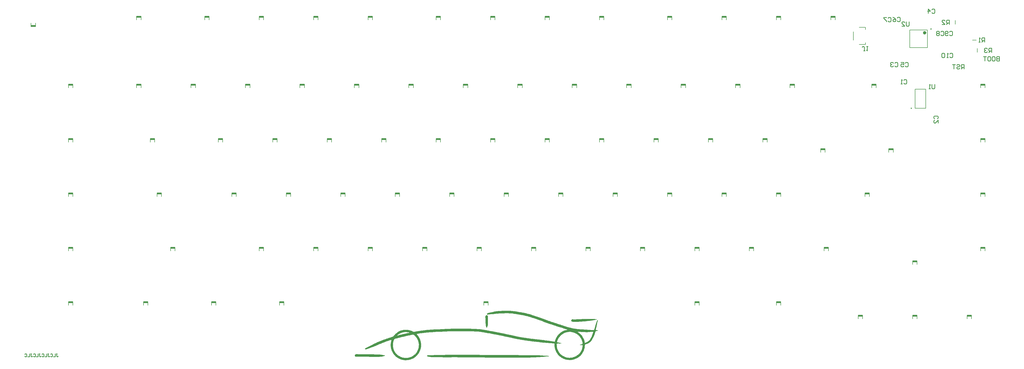
<source format=gbr>
G04*
G04 #@! TF.GenerationSoftware,Altium Limited,Altium Designer,25.6.2 (33)*
G04*
G04 Layer_Color=32896*
%FSLAX25Y25*%
%MOIN*%
G70*
G04*
G04 #@! TF.SameCoordinates,775BD13B-FB31-4D53-9E9E-320528205FA0*
G04*
G04*
G04 #@! TF.FilePolarity,Positive*
G04*
G01*
G75*
%ADD10C,0.01000*%
%ADD64C,0.00984*%
%ADD65C,0.02362*%
%ADD66C,0.00591*%
%ADD67C,0.00787*%
%ADD68R,0.06248X0.02000*%
G36*
X834832Y137830D02*
X835179Y137714D01*
X836798Y137599D01*
X836972Y137425D01*
X836798Y137020D01*
X836336Y136904D01*
X835237Y136731D01*
X834542Y136615D01*
X834080Y136500D01*
X833501Y136384D01*
X832113Y136152D01*
X831014Y135979D01*
X830667Y135863D01*
X828700Y135632D01*
X828237Y135516D01*
X827427Y135400D01*
X826964Y135285D01*
X825808Y135169D01*
X822510Y134764D01*
X821122Y134648D01*
X817883Y134417D01*
X816494Y134301D01*
X814643Y134186D01*
X809668Y133954D01*
X806776Y133838D01*
X804636Y133781D01*
X804288Y133896D01*
X803189Y134070D01*
X802495Y134533D01*
X802148Y134880D01*
X801801Y135921D01*
X802380Y136962D01*
X802553Y137136D01*
X802784Y137251D01*
X803363Y137483D01*
X805561Y137367D01*
X811693Y137483D01*
X812040Y137599D01*
X814122Y137714D01*
X814238D01*
X817478Y137830D01*
X818287Y137946D01*
X834832Y137830D01*
D02*
G37*
G36*
X686049Y143036D02*
X686281Y142805D01*
X686512Y142689D01*
X686801Y142400D01*
X687090Y141648D01*
X687148Y131872D01*
X687033Y131525D01*
X686917Y129674D01*
X686801Y129326D01*
X686628Y128343D01*
X686512Y127880D01*
X686223Y127128D01*
X686107Y126665D01*
X685760Y126087D01*
X685586Y125914D01*
X685239Y126029D01*
X684950Y126318D01*
X684777Y126955D01*
X684487Y127707D01*
X684314Y128343D01*
X684082Y129269D01*
X683909Y130831D01*
X683793Y132682D01*
X683677Y138698D01*
X683562Y140433D01*
Y140549D01*
X683677Y141821D01*
X684140Y142631D01*
X684430Y142920D01*
X685239Y143152D01*
X686049Y143036D01*
D02*
G37*
G36*
X717634Y149168D02*
X720410Y149052D01*
X720757Y148937D01*
X722146Y148821D01*
X722493Y148705D01*
X723592Y148532D01*
X724517Y148416D01*
X725906Y148185D01*
X726484Y148069D01*
X729492Y147606D01*
X731864Y147317D01*
X732790Y147085D01*
X733773Y146912D01*
X735161Y146680D01*
X735624Y146565D01*
X737938Y146102D01*
X738574Y145929D01*
X739326Y145755D01*
X740483Y145524D01*
X741467Y145234D01*
X742219Y145061D01*
X742681Y144945D01*
X743318Y144772D01*
X744243Y144540D01*
X745747Y144077D01*
X746673Y143846D01*
X747251Y143615D01*
X748177Y143383D01*
X748987Y143036D01*
X749449Y142920D01*
X750549Y142516D01*
X751185Y142342D01*
X752284Y141937D01*
X753210Y141706D01*
X754193Y141301D01*
X754829Y141127D01*
X755408Y140896D01*
X759110Y139623D01*
X759573Y139507D01*
X759978Y139334D01*
X760556Y139103D01*
X761655Y138698D01*
X763911Y137830D01*
X764721Y137483D01*
X765820Y137078D01*
X766746Y136731D01*
X767324Y136500D01*
X768944Y135921D01*
X769465Y135748D01*
X770564Y135343D01*
X771026Y135227D01*
X772299Y134764D01*
X773225Y134533D01*
X773803Y134301D01*
X774787Y134012D01*
X775538Y133723D01*
X776059Y133549D01*
X776522Y133434D01*
X777679Y132971D01*
X778431Y132797D01*
X779067Y132508D01*
X779530Y132392D01*
X780282Y132103D01*
X781265Y131814D01*
X782017Y131525D01*
X783001Y131235D01*
X785199Y130541D01*
X785777Y130310D01*
X786703Y130078D01*
X787282Y129847D01*
X788091Y129616D01*
X789190Y129211D01*
X789653Y129095D01*
X790289Y128921D01*
X790868Y128690D01*
X791678Y128459D01*
X792430Y128170D01*
X792893Y128054D01*
X793529Y127880D01*
X796537Y126955D01*
X797463Y126723D01*
X798619Y126376D01*
X800008Y126029D01*
X800586Y125798D01*
X801570Y125624D01*
X802553Y125335D01*
X803016Y125219D01*
X803999Y125046D01*
X804462Y124930D01*
X805619Y124699D01*
X806313Y124583D01*
X807239Y124467D01*
X808396Y124236D01*
X809090Y124120D01*
X810478Y124004D01*
X811635Y123889D01*
X812908Y123773D01*
X813833Y123657D01*
X815453Y123542D01*
X817535Y123426D01*
X820659Y123195D01*
X822048Y123079D01*
X825981Y122848D01*
X827832Y122732D01*
X829220Y122616D01*
X831303Y122501D01*
X832749Y122443D01*
X833270Y122848D01*
X833385Y123310D01*
X833617Y123889D01*
X833964Y125046D01*
X834253Y125798D01*
X834485Y126723D01*
X835005Y128170D01*
Y128285D01*
X835121Y128979D01*
X835468Y129789D01*
X835641Y130541D01*
X835873Y131120D01*
X836451Y132739D01*
X836741Y133491D01*
X837203Y134648D01*
X837493Y135400D01*
X837782Y136037D01*
X838071Y136557D01*
X838360Y136500D01*
X838245Y134995D01*
X838013Y134417D01*
X837782Y133029D01*
X837666Y132566D01*
X837493Y131814D01*
X837377Y131235D01*
X837261Y130773D01*
X837030Y129269D01*
X836741Y128285D01*
X836567Y127186D01*
X836336Y126260D01*
X836220Y125682D01*
X835873Y123600D01*
X835757Y123137D01*
X835699Y122732D01*
X835989Y122443D01*
X838650Y122327D01*
X838823Y122153D01*
X838650Y121864D01*
X837898Y121691D01*
X837435Y121575D01*
X836798Y121401D01*
X836336Y121286D01*
X835699Y121112D01*
X835121Y120534D01*
X834947Y119550D01*
X834832Y119088D01*
X834542Y118335D01*
X834369Y117699D01*
X833675Y115848D01*
X833096Y114344D01*
X832807Y113708D01*
X830840Y109890D01*
X830377Y109196D01*
X830262Y108964D01*
X830030Y108733D01*
X829915Y108502D01*
X829105Y107460D01*
X828873Y107229D01*
X828758Y106998D01*
X828121Y106361D01*
X827890Y106246D01*
X827312Y105667D01*
X827080Y105551D01*
X826849Y105320D01*
X826617Y105204D01*
X825692Y104626D01*
X823725Y103700D01*
X823147Y103469D01*
X822510Y103295D01*
X821758Y103006D01*
X821064Y102890D01*
X820775Y102717D01*
X820659Y102254D01*
X820486Y99535D01*
X820254Y98263D01*
X820138Y97800D01*
X820023Y97106D01*
X819792Y96180D01*
X819502Y95428D01*
X819386Y94965D01*
X818924Y93924D01*
X817535Y91263D01*
X817073Y90569D01*
X816957Y90338D01*
X816726Y90106D01*
X816610Y89875D01*
X815800Y88833D01*
X815453Y88486D01*
X815337Y88255D01*
X813660Y86577D01*
X813428Y86462D01*
X812734Y85768D01*
X812503Y85652D01*
X812271Y85421D01*
X812040Y85305D01*
X810883Y84495D01*
X810652Y84379D01*
X809610Y83801D01*
X807412Y82760D01*
X806834Y82528D01*
X804983Y81950D01*
X804520Y81834D01*
X803710Y81718D01*
X802784Y81487D01*
X801975Y81371D01*
X799429Y81256D01*
X796942Y81429D01*
X796363Y81545D01*
X795669Y81660D01*
X795206Y81776D01*
X794628Y81892D01*
X794165Y82008D01*
X792835Y82412D01*
X791331Y82991D01*
X788901Y84264D01*
X788207Y84726D01*
X787976Y84842D01*
X787744Y85074D01*
X787166Y85421D01*
X786934Y85652D01*
X786703Y85768D01*
X786240Y86230D01*
X786009Y86346D01*
X785315Y87040D01*
X785083Y87156D01*
X784678Y87561D01*
X784563Y87792D01*
X783521Y88833D01*
X783406Y89065D01*
X782943Y89528D01*
X782827Y89759D01*
X782249Y90569D01*
X781902Y91147D01*
X781439Y91957D01*
X780051Y94850D01*
X779877Y95486D01*
X779588Y96238D01*
X779356Y97163D01*
X779183Y97916D01*
X779067Y98378D01*
X778952Y99072D01*
X778836Y100229D01*
X778720Y104047D01*
X778489Y104279D01*
X777679Y104394D01*
X773456Y104568D01*
X771258Y104684D01*
X769638Y104799D01*
X768597Y104915D01*
X764085Y105262D01*
X762928Y105378D01*
X761077Y105609D01*
X759804Y105725D01*
X758416Y105841D01*
X757374Y105956D01*
X756680Y106072D01*
X754366Y106303D01*
X753094Y106419D01*
X750722Y106708D01*
X750259Y106824D01*
X748119Y106998D01*
X746731Y107229D01*
X744417Y107460D01*
X742855Y107634D01*
X742392Y107749D01*
X741582Y107865D01*
X739326Y108154D01*
X738748Y108270D01*
X737186Y108444D01*
X736723Y108559D01*
X735624Y108733D01*
X734930Y108849D01*
X734351Y108964D01*
X733426Y109080D01*
X732732Y109196D01*
X732269Y109311D01*
X731112Y109543D01*
X729724Y109774D01*
X729145Y109890D01*
X728509Y110063D01*
X727410Y110237D01*
X726831Y110353D01*
X726369Y110468D01*
X725212Y110700D01*
X724517Y110815D01*
X724055Y110931D01*
X723476Y111047D01*
X722840Y111220D01*
X721741Y111394D01*
X721278Y111510D01*
X720642Y111683D01*
X719832Y111799D01*
X719369Y111915D01*
X718617Y112088D01*
X718154Y112204D01*
X717576Y112319D01*
X716882Y112435D01*
X715956Y112666D01*
X715320Y112840D01*
X714336Y113014D01*
X713758Y113129D01*
X713295Y113245D01*
X712717Y113361D01*
X712254Y113476D01*
X710981Y113708D01*
X710056Y113939D01*
X709477Y114055D01*
X708783Y114171D01*
X707858Y114402D01*
X706701Y114633D01*
X706006Y114749D01*
X705081Y114980D01*
X704502Y115096D01*
X703114Y115328D01*
X702651Y115443D01*
X702015Y115617D01*
X700916Y115790D01*
X700337Y115906D01*
X699412Y116137D01*
X698718Y116253D01*
X697445Y116484D01*
X696288Y116716D01*
X694900Y116947D01*
X694321Y117063D01*
X693858Y117179D01*
X693280Y117294D01*
X691892Y117526D01*
X690735Y117757D01*
X688652Y118104D01*
X688074Y118220D01*
X687611Y118335D01*
X685529Y118683D01*
X684950Y118798D01*
X684487Y118914D01*
X683562Y119030D01*
X682868Y119145D01*
X681711Y119377D01*
X681016Y119492D01*
X679455Y119666D01*
X678992Y119782D01*
X677603Y120013D01*
X676447Y120129D01*
X675637Y120245D01*
X673843Y120418D01*
X672455Y120534D01*
X670257Y120649D01*
X665976Y120765D01*
X656489Y120996D01*
X638962Y121054D01*
X638615Y120939D01*
X632541Y120765D01*
X629417Y120649D01*
X626640Y120534D01*
X622013Y120302D01*
X619236Y120187D01*
X616228Y120071D01*
X613798Y119955D01*
X612179Y119840D01*
X610327Y119724D01*
X608245Y119608D01*
X606278Y119492D01*
X604890Y119377D01*
X602807Y119145D01*
X601419Y119030D01*
X600146Y118914D01*
X598642Y118683D01*
X597081Y118509D01*
X595924Y118393D01*
X595114Y118278D01*
X594651Y118162D01*
X591932Y117757D01*
X591238Y117641D01*
X590660Y117526D01*
X589155Y117294D01*
X588924Y117179D01*
X589040Y116716D01*
X589618Y116137D01*
X589734Y115906D01*
X589965Y115790D01*
X590081Y115559D01*
X590312Y115328D01*
X590428Y115096D01*
X590775Y114749D01*
X590891Y114518D01*
X591238Y114171D01*
X591354Y113939D01*
X591816Y113245D01*
X591932Y113014D01*
X592395Y112319D01*
X593436Y110121D01*
X594015Y108617D01*
X594188Y107865D01*
X594362Y107345D01*
X594477Y106882D01*
X594593Y106072D01*
X594825Y105146D01*
X594940Y103990D01*
X595056Y103180D01*
X594940Y99362D01*
X594825Y99015D01*
X594709Y98205D01*
X594593Y97742D01*
X594304Y96527D01*
X594130Y95891D01*
X594015Y95428D01*
X593436Y93924D01*
X592858Y92651D01*
X592742Y92420D01*
X592279Y91610D01*
X592164Y91379D01*
X591701Y90685D01*
X591585Y90453D01*
X590486Y89007D01*
X590312Y88833D01*
X590197Y88602D01*
X589965Y88371D01*
X589850Y88139D01*
X588056Y86346D01*
X587825Y86230D01*
X587247Y85652D01*
X587015Y85536D01*
X586668Y85189D01*
X586090Y84842D01*
X585280Y84264D01*
X585048Y84148D01*
X584238Y83685D01*
X581577Y82412D01*
X581115Y82297D01*
X580305Y81950D01*
X579553Y81776D01*
X578974Y81660D01*
X578338Y81487D01*
X577875Y81371D01*
X576718Y81256D01*
X575909Y81140D01*
X573710Y81024D01*
X570644Y81313D01*
X569487Y81545D01*
X569025Y81660D01*
X567752Y82008D01*
X567174Y82239D01*
X565901Y82702D01*
X565265Y82991D01*
X563529Y83916D01*
X562257Y84726D01*
X562025Y84842D01*
X561794Y85074D01*
X561562Y85189D01*
X560926Y85710D01*
X560521Y85999D01*
X559827Y86693D01*
X559596Y86809D01*
X558844Y87561D01*
X558728Y87792D01*
X557918Y88602D01*
X557802Y88833D01*
X557340Y89296D01*
X556992Y89875D01*
X556414Y90685D01*
X556298Y90916D01*
X555720Y91842D01*
X554910Y93577D01*
X554563Y94387D01*
X554274Y95139D01*
X553984Y96122D01*
X553869Y96585D01*
X553637Y97163D01*
X553464Y98147D01*
X553290Y99709D01*
X553175Y100172D01*
X553059Y102601D01*
X553175Y102948D01*
X553290Y104915D01*
X553406Y105262D01*
X553580Y106593D01*
X553869Y107576D01*
X553984Y108039D01*
X554216Y108849D01*
X554042Y109022D01*
X553001Y108906D01*
X552423Y108675D01*
X551613Y108444D01*
X550803Y108097D01*
X550340Y107981D01*
X548894Y107460D01*
X548431Y107345D01*
X547853Y107113D01*
X544613Y105956D01*
X543861Y105667D01*
X542704Y105204D01*
X541663Y104742D01*
X540564Y104337D01*
X539928Y104047D01*
X538424Y103469D01*
X537845Y103237D01*
X536226Y102543D01*
X535647Y102312D01*
X534143Y101618D01*
X532060Y100692D01*
X529804Y99825D01*
X529284Y99651D01*
X528474Y99304D01*
X527028Y98783D01*
X524020Y97626D01*
X522747Y97163D01*
X521995Y96874D01*
X521532Y96759D01*
X520954Y96527D01*
X520144Y96296D01*
X518756Y95949D01*
X517946Y96064D01*
X517772Y96238D01*
X517657Y96701D01*
X518004Y97279D01*
X518177Y97453D01*
X518409Y97568D01*
X519103Y98031D01*
X520375Y98610D01*
X526276Y101618D01*
X530788Y103932D01*
X531366Y104163D01*
X531598Y104279D01*
X533565Y105204D01*
X534837Y105783D01*
X535878Y106246D01*
X536804Y106593D01*
X539118Y107518D01*
X539928Y107865D01*
X540680Y108154D01*
X541663Y108559D01*
X543167Y109138D01*
X544324Y109601D01*
X545423Y110005D01*
X546407Y110295D01*
X547216Y110642D01*
X547679Y110758D01*
X548431Y111047D01*
X549415Y111336D01*
X550571Y111799D01*
X551208Y111972D01*
X552191Y112262D01*
X552654Y112377D01*
X554158Y112840D01*
X555084Y113071D01*
X556530Y113592D01*
X556761Y113823D01*
X556877Y114055D01*
X557224Y114402D01*
X557340Y114633D01*
X557860Y115270D01*
X558439Y115964D01*
X558844Y116369D01*
X558959Y116600D01*
X559248Y116889D01*
X559480Y117005D01*
X559827Y117468D01*
X560058Y117584D01*
X560753Y118278D01*
X560984Y118393D01*
X561620Y118914D01*
X562315Y119377D01*
X562488Y119550D01*
X563066Y119897D01*
X564108Y120476D01*
X566075Y121401D01*
X566884Y121748D01*
X567347Y121864D01*
X568099Y122153D01*
X568736Y122327D01*
X570066Y122616D01*
X570529Y122732D01*
X572091Y122905D01*
X573942Y123021D01*
X576718Y122905D01*
X577065Y122790D01*
X577875Y122674D01*
X578222Y122558D01*
X579553Y122269D01*
X580016Y122153D01*
X580536Y121980D01*
X581982Y121459D01*
X582734Y121170D01*
X582966Y121054D01*
X584238Y120360D01*
X584817Y120129D01*
X586090Y120245D01*
X586437Y120360D01*
X587189Y120534D01*
X589502Y120881D01*
X590081Y120996D01*
X590775Y121112D01*
X591354Y121228D01*
X592279Y121344D01*
X592973Y121459D01*
X593552Y121575D01*
X595924Y121864D01*
X599510Y122327D01*
X601014Y122443D01*
X601477Y122558D01*
X603039Y122732D01*
X604427Y122848D01*
X606047Y122963D01*
X607898Y123079D01*
X609170Y123195D01*
X614782Y123484D01*
X618715Y123600D01*
X619525Y123715D01*
X622938Y123889D01*
X625715Y124004D01*
X629070Y124120D01*
X631962Y124236D01*
X633929Y124352D01*
X636937Y124467D01*
X643994Y124583D01*
X649143Y124641D01*
X649490Y124525D01*
X664067Y124409D01*
X664414Y124294D01*
X670257Y124120D01*
X672918Y124004D01*
X674422Y123889D01*
X675579Y123773D01*
X678182Y123484D01*
X679802Y123252D01*
X680265Y123137D01*
X681884Y122905D01*
X682868Y122732D01*
X683330Y122616D01*
X683909Y122501D01*
X685991Y122153D01*
X686570Y122038D01*
X687958Y121806D01*
X689231Y121575D01*
X690388Y121344D01*
X691892Y121112D01*
X692354Y120996D01*
X693511Y120765D01*
X694900Y120534D01*
X696635Y120187D01*
X698024Y119955D01*
X698486Y119840D01*
X699643Y119608D01*
X701032Y119377D01*
X701668Y119203D01*
X702478Y119088D01*
X702941Y118972D01*
X703808Y118798D01*
X704271Y118683D01*
X704849Y118567D01*
X705544Y118451D01*
X706122Y118335D01*
X707048Y118104D01*
X707742Y117988D01*
X708899Y117757D01*
X709824Y117526D01*
X710403Y117410D01*
X711097Y117294D01*
X711675Y117179D01*
X712601Y116947D01*
X713295Y116832D01*
X713874Y116716D01*
X714799Y116484D01*
X715956Y116253D01*
X716650Y116137D01*
X717113Y116022D01*
X717749Y115848D01*
X718559Y115732D01*
X719022Y115617D01*
X719774Y115443D01*
X720410Y115270D01*
X721394Y115096D01*
X721972Y114980D01*
X722898Y114749D01*
X723476Y114633D01*
X724170Y114518D01*
X725559Y114171D01*
X726137Y114055D01*
X727410Y113823D01*
X727873Y113708D01*
X728451Y113592D01*
X729839Y113361D01*
X730302Y113245D01*
X731459Y113014D01*
X732153Y112898D01*
X733426Y112666D01*
X733889Y112551D01*
X736202Y112204D01*
X736665Y112088D01*
X737360Y111972D01*
X738921Y111799D01*
X740541Y111567D01*
X741004Y111452D01*
X741814Y111336D01*
X743318Y111220D01*
X743781Y111105D01*
X744880Y110931D01*
X745805Y110815D01*
X746846Y110700D01*
X748003Y110584D01*
X748929Y110468D01*
X750491Y110295D01*
X751301Y110179D01*
X752978Y110005D01*
X753904Y109890D01*
X754598Y109774D01*
X755755Y109659D01*
X757027Y109543D01*
X759631Y109254D01*
X760787Y109138D01*
X761597Y109022D01*
X763159Y108849D01*
X764085Y108733D01*
X764779Y108617D01*
X767093Y108386D01*
X767671Y108270D01*
X770043Y107981D01*
X771663Y107749D01*
X772125Y107634D01*
X773225Y107460D01*
X774150Y107345D01*
X774844Y107229D01*
X776580Y106882D01*
X777505Y106766D01*
X777968Y106650D01*
X778604Y106477D01*
X779183Y106824D01*
X779356Y107345D01*
X779472Y107807D01*
X779646Y108444D01*
X779935Y109196D01*
X780340Y110295D01*
X780629Y111047D01*
X780745Y111278D01*
X781439Y112551D01*
X781902Y113361D01*
X782480Y114171D01*
X782596Y114402D01*
X782827Y114633D01*
X783174Y115212D01*
X783406Y115443D01*
X783521Y115674D01*
X784447Y116600D01*
X784563Y116832D01*
X784968Y117236D01*
X785199Y117352D01*
X786240Y118393D01*
X786472Y118509D01*
X786934Y118972D01*
X787166Y119088D01*
X787976Y119666D01*
X788207Y119782D01*
X788438Y120013D01*
X789480Y120591D01*
X791909Y121748D01*
X793355Y122269D01*
X794281Y122501D01*
X794917Y122674D01*
X796306Y123021D01*
X796479Y123195D01*
X796190Y123484D01*
X795322Y123657D01*
X794339Y123947D01*
X793876Y124062D01*
X792777Y124467D01*
X791851Y124699D01*
X790521Y125104D01*
X787686Y126087D01*
X786761Y126318D01*
X786182Y126550D01*
X785199Y126839D01*
X784563Y127013D01*
X783811Y127302D01*
X783174Y127475D01*
X781497Y127996D01*
X780745Y128285D01*
X780108Y128459D01*
X779356Y128748D01*
X778373Y129037D01*
X777621Y129326D01*
X777100Y129500D01*
X775654Y130021D01*
X775191Y130136D01*
X774266Y130483D01*
X773630Y130657D01*
X772531Y131062D01*
X771894Y131235D01*
X770795Y131640D01*
X769870Y131872D01*
X769291Y132103D01*
X768539Y132392D01*
X767903Y132566D01*
X767151Y132855D01*
X764779Y133723D01*
X764143Y134012D01*
X763506Y134186D01*
X762870Y134475D01*
X762118Y134764D01*
X760383Y135458D01*
X759110Y135921D01*
X758358Y136210D01*
X757722Y136384D01*
X756970Y136673D01*
X755523Y137194D01*
X754540Y137483D01*
X753788Y137772D01*
X751416Y138524D01*
X750838Y138756D01*
X749681Y139103D01*
X748929Y139392D01*
X747945Y139681D01*
X747367Y139912D01*
X746557Y140144D01*
X745458Y140549D01*
X744070Y140896D01*
X743086Y141185D01*
X742161Y141417D01*
X741004Y141764D01*
X740252Y141937D01*
X739789Y142053D01*
X739153Y142226D01*
X738690Y142342D01*
X737822Y142516D01*
X737360Y142631D01*
X736781Y142747D01*
X736318Y142863D01*
X735624Y142978D01*
X735046Y143094D01*
X734120Y143325D01*
X732038Y143673D01*
X730881Y143904D01*
X729955Y144020D01*
X728914Y144135D01*
X728220Y144251D01*
X727063Y144482D01*
X726021Y144598D01*
X724633Y144829D01*
X724170Y144945D01*
X723245Y145061D01*
X722551Y145176D01*
X721625Y145292D01*
X720931Y145408D01*
X719369Y145581D01*
X717865Y145697D01*
X713932Y145813D01*
X705948Y145697D01*
X705602Y145581D01*
X701899Y145466D01*
X701552Y145350D01*
X698486Y145176D01*
X696982Y145061D01*
X693685Y144656D01*
X691834Y144540D01*
X690677Y144424D01*
X690214Y144309D01*
X688190Y144135D01*
X686917Y144020D01*
X686396Y143962D01*
X685760Y144482D01*
X685876Y145176D01*
X686107Y145408D01*
X686165Y145581D01*
X686396Y145697D01*
X687437Y146160D01*
X688190Y146334D01*
X688652Y146449D01*
X689289Y146623D01*
X689751Y146738D01*
X691082Y147028D01*
X692007Y147259D01*
X692586Y147375D01*
X693858Y147606D01*
X694321Y147722D01*
X694900Y147837D01*
X696404Y148069D01*
X697329Y148300D01*
X697908Y148416D01*
X698949Y148532D01*
X699643Y148647D01*
X701147Y148879D01*
X702651Y148994D01*
X708667Y149226D01*
X717287Y149284D01*
X717634Y149168D01*
D02*
G37*
G36*
X655853Y88429D02*
X695652Y88313D01*
X695999Y88197D01*
X707510Y88139D01*
X707684Y88197D01*
X707742Y88139D01*
X751474Y88024D01*
X755523Y87908D01*
X758069Y87792D01*
X759688Y87677D01*
X763101Y87503D01*
X763564Y87387D01*
X767382Y87272D01*
X767729Y87156D01*
X770911Y86982D01*
X771142Y86751D01*
X771026Y86520D01*
X770853Y86346D01*
X768655Y86230D01*
X768192Y86115D01*
X764779Y85826D01*
X763159Y85710D01*
X761308Y85594D01*
X760036Y85478D01*
X758532Y85363D01*
X757143Y85247D01*
X754598Y85131D01*
X752631Y85016D01*
X750780Y84900D01*
X748350Y84784D01*
X743028Y84669D01*
X703635Y84611D01*
X703288Y84726D01*
X662274Y84900D01*
X653366Y85016D01*
X637226Y85074D01*
X636879Y84958D01*
X612931Y85074D01*
X612583Y85189D01*
X608881Y85305D01*
X608534Y85421D01*
X607204Y85594D01*
X605700Y85826D01*
X605006Y85941D01*
X604022Y86230D01*
X603444Y86462D01*
X603154Y86751D01*
X603270Y87330D01*
X603559Y87619D01*
X604138Y87850D01*
X606972Y87908D01*
X608881Y87850D01*
X609228Y87966D01*
X615244Y88082D01*
X615591Y88197D01*
X620393Y88371D01*
X635665Y88486D01*
X655506Y88544D01*
X655853Y88429D01*
D02*
G37*
G36*
X508459Y89354D02*
X524309Y89239D01*
X524656Y89123D01*
X536110Y89007D01*
X536457Y88891D01*
X539118Y88776D01*
X539465Y88660D01*
X541027Y88486D01*
X541952Y88371D01*
X542415Y88255D01*
X543572Y88024D01*
X544960Y87792D01*
X545192Y87561D01*
X545076Y87098D01*
X544903Y86925D01*
X544093Y86809D01*
X542241Y86346D01*
X540448Y86057D01*
X539870Y85941D01*
X538944Y85826D01*
X536862Y85710D01*
X523731Y85652D01*
X523383Y85768D01*
X517483Y85883D01*
X517367D01*
X504757Y85999D01*
X504525Y86230D01*
X504294Y86346D01*
X504005Y86635D01*
X503773Y87214D01*
X503889Y88255D01*
X504410Y88891D01*
X504641Y89123D01*
X505451Y89354D01*
X506261Y89470D01*
X508459Y89354D01*
D02*
G37*
%LPC*%
G36*
X831477Y120360D02*
X831129Y120245D01*
X829336Y120071D01*
X826791Y119840D01*
X822279Y119724D01*
X821643Y119666D01*
X821296Y119782D01*
X816783Y119897D01*
X816436Y120013D01*
X813486Y120187D01*
X812098Y120302D01*
X810883Y120360D01*
X810825Y120187D01*
X811230Y119666D01*
X812040Y119203D01*
X812676Y118683D01*
X813081Y118393D01*
X813428Y118046D01*
X813660Y117931D01*
X814412Y117179D01*
X814470Y117121D01*
X815453Y116137D01*
X815569Y115906D01*
X816147Y115328D01*
X816263Y115096D01*
X816610Y114749D01*
X816957Y114171D01*
X817535Y113361D01*
X819271Y109774D01*
X819965Y107576D01*
X820081Y107113D01*
X820370Y105783D01*
X820486Y105204D01*
X820775Y104799D01*
X821064Y104742D01*
X821643Y105089D01*
X823147Y105783D01*
X823378Y105898D01*
X823609Y106130D01*
X824419Y106593D01*
X825229Y107171D01*
X825865Y107692D01*
X826270Y108097D01*
X826502Y108212D01*
X826791Y108617D01*
X827138Y108964D01*
X827254Y109196D01*
X827717Y109659D01*
X828064Y110237D01*
X828526Y111047D01*
X828989Y111741D01*
X829915Y113708D01*
X830146Y114286D01*
X830262Y114518D01*
X830493Y115096D01*
X830782Y115848D01*
X831014Y116427D01*
X831477Y117699D01*
X831766Y118683D01*
X832229Y119724D01*
X832113Y120302D01*
X831477Y120360D01*
D02*
G37*
G36*
X573595Y119897D02*
X573479D01*
X572669Y119782D01*
X570992Y119608D01*
X570297Y119492D01*
X569661Y119319D01*
X569198Y119203D01*
X568388Y118972D01*
X567232Y118509D01*
X564571Y117121D01*
X563761Y116542D01*
X563529Y116427D01*
X562893Y115906D01*
X562488Y115617D01*
X562315Y115443D01*
X562430Y115096D01*
X562604Y115038D01*
X562951Y115154D01*
X563587Y115328D01*
X564050Y115443D01*
X565033Y115732D01*
X565727Y115848D01*
X566306Y116079D01*
X567174Y116253D01*
X567636Y116369D01*
X568215Y116484D01*
X568851Y116658D01*
X569314Y116774D01*
X571107Y117179D01*
X571570Y117294D01*
X572148Y117410D01*
X572843Y117526D01*
X573305Y117641D01*
X573942Y117815D01*
X575735Y118220D01*
X576198Y118335D01*
X576776Y118451D01*
X578164Y118683D01*
X578569Y118856D01*
X578743Y119030D01*
X578569Y119319D01*
X577644Y119550D01*
X576198Y119724D01*
X574925Y119840D01*
X573595Y119897D01*
D02*
G37*
G36*
X798272Y120129D02*
X797925Y120013D01*
X796768Y119897D01*
X796421Y119782D01*
X795959Y119666D01*
X794975Y119492D01*
X793008Y118798D01*
X791736Y118220D01*
X790752Y117699D01*
X789942Y117236D01*
X789711Y117005D01*
X789480Y116889D01*
X788843Y116369D01*
X788438Y116079D01*
X788207Y115848D01*
X787976Y115732D01*
X786934Y114691D01*
X786761Y114633D01*
X786645Y114402D01*
X786067Y113823D01*
X785951Y113592D01*
X785604Y113245D01*
X785488Y113014D01*
X785141Y112666D01*
X785025Y112435D01*
X784447Y111625D01*
X783174Y108964D01*
X782827Y108154D01*
X782654Y107402D01*
X782365Y106650D01*
X782307Y106246D01*
X782480Y105841D01*
X783001Y105667D01*
X783984Y105493D01*
X784621Y105320D01*
X788265Y104568D01*
X788612Y104337D01*
X788496Y104105D01*
X785199Y104047D01*
X784852Y104163D01*
X782191Y104047D01*
X781902Y103758D01*
X781786Y102485D01*
X781902Y102138D01*
X781786Y101791D01*
X781902Y101444D01*
X782017Y99593D01*
X782133Y99246D01*
X782307Y98147D01*
X782422Y97684D01*
X782827Y96354D01*
X783290Y95312D01*
X783579Y94560D01*
X783753Y94387D01*
X783984Y93808D01*
X784447Y93114D01*
X784563Y92767D01*
X785141Y91957D01*
X785257Y91726D01*
X785488Y91495D01*
X785546Y91321D01*
X785604Y91263D01*
X785951Y90916D01*
X786067Y90685D01*
X788207Y88544D01*
X788438Y88429D01*
X788901Y87966D01*
X789480Y87619D01*
X790174Y87156D01*
X790405Y87040D01*
X791331Y86462D01*
X791909Y86230D01*
X792141Y86115D01*
X793182Y85652D01*
X793992Y85305D01*
X794744Y85131D01*
X795206Y85016D01*
X795959Y84726D01*
X797405Y84553D01*
X799776Y84379D01*
X800124Y84495D01*
X802900Y84611D01*
X803247Y84726D01*
X803710Y84842D01*
X804520Y85074D01*
X804983Y85189D01*
X805735Y85478D01*
X806660Y85826D01*
X808280Y86635D01*
X810131Y87792D01*
X810305Y87966D01*
X810536Y88082D01*
X810767Y88313D01*
X810999Y88429D01*
X811693Y89123D01*
X811924Y89239D01*
X812908Y90222D01*
X813023Y90453D01*
X813717Y91147D01*
X813833Y91379D01*
X814354Y92015D01*
X814817Y92709D01*
X815337Y93693D01*
X816263Y95660D01*
X816610Y96469D01*
X816783Y97106D01*
X817015Y98031D01*
X817188Y98668D01*
X817304Y99825D01*
X817420Y100287D01*
X817478Y101733D01*
X817246Y101965D01*
X815395Y101849D01*
X815048Y101733D01*
X813891Y101849D01*
X813833Y102254D01*
X814122Y102543D01*
X814585Y102659D01*
X815164Y102890D01*
X815627Y103006D01*
X816899Y103353D01*
X817130Y103469D01*
X817420Y103758D01*
X817246Y105320D01*
X817015Y106593D01*
X816726Y107576D01*
X816321Y108675D01*
X816031Y109427D01*
X814759Y111857D01*
X814527Y112088D01*
X814412Y112319D01*
X813313Y113766D01*
X812908Y114171D01*
X812792Y114402D01*
X811577Y115617D01*
X811346Y115732D01*
X810883Y116195D01*
X810652Y116311D01*
X810305Y116658D01*
X810073Y116774D01*
X809263Y117352D01*
X809032Y117468D01*
X807991Y118046D01*
X806024Y118972D01*
X804867Y119319D01*
X804288Y119550D01*
X803305Y119724D01*
X802148Y119955D01*
X801107Y120071D01*
X798272Y120129D01*
D02*
G37*
G36*
X584817Y116311D02*
X583081Y116195D01*
X582734Y116079D01*
X581982Y115906D01*
X581404Y115790D01*
X580016Y115559D01*
X579090Y115328D01*
X578512Y115212D01*
X577817Y115096D01*
X576892Y114865D01*
X576313Y114749D01*
X575851Y114633D01*
X575156Y114518D01*
X574694Y114402D01*
X574057Y114228D01*
X573595Y114113D01*
X572785Y113997D01*
X572322Y113881D01*
X571512Y113650D01*
X571049Y113534D01*
X570066Y113361D01*
X569140Y113129D01*
X568504Y112956D01*
X567636Y112782D01*
X566653Y112493D01*
X565901Y112319D01*
X565438Y112204D01*
X564802Y112030D01*
X563876Y111799D01*
X563124Y111625D01*
X562141Y111336D01*
X561389Y111162D01*
X560753Y110989D01*
X559943Y110758D01*
X558728Y110468D01*
X558323Y110179D01*
X558034Y109890D01*
X557745Y109138D01*
X557455Y108502D01*
X556761Y106303D01*
X556588Y105551D01*
X556472Y104973D01*
X556356Y104279D01*
X556298Y99940D01*
X556414Y99593D01*
X556588Y98610D01*
X556819Y97453D01*
X556935Y96990D01*
X557224Y96238D01*
X557398Y95602D01*
X558554Y93288D01*
X559248Y92131D01*
X559538Y91726D01*
X560348Y90685D01*
X560868Y90048D01*
X561158Y89759D01*
X561273Y89528D01*
X561447Y89354D01*
X561678Y89239D01*
X562488Y88429D01*
X562719Y88313D01*
X563182Y87850D01*
X563413Y87735D01*
X563645Y87503D01*
X563876Y87387D01*
X564686Y86809D01*
X567810Y85305D01*
X568620Y85074D01*
X569430Y84726D01*
X570355Y84611D01*
X570702Y84495D01*
X571917Y84321D01*
X573479Y84148D01*
X576371Y84264D01*
X576718Y84379D01*
X577528Y84495D01*
X577991Y84611D01*
X579032Y84842D01*
X579611Y85074D01*
X580247Y85247D01*
X581925Y85999D01*
X582966Y86577D01*
X583776Y87040D01*
X585627Y88429D01*
X586263Y88949D01*
X587304Y89991D01*
X587420Y90222D01*
X587998Y90800D01*
X588114Y91032D01*
X588461Y91379D01*
X588577Y91610D01*
X588808Y91842D01*
X589271Y92651D01*
X589850Y93693D01*
X590660Y95428D01*
X590891Y96007D01*
X591238Y97163D01*
X591411Y97916D01*
X591585Y98552D01*
X591701Y99015D01*
X591816Y100866D01*
X591932Y102370D01*
X591816Y104221D01*
X591701Y104684D01*
X591527Y105783D01*
X591064Y107634D01*
X590775Y108270D01*
X590370Y109369D01*
X590197Y109543D01*
X590081Y110005D01*
X589618Y110700D01*
X589502Y111047D01*
X588924Y111857D01*
X588808Y112088D01*
X588403Y112609D01*
X588346Y112666D01*
X588230Y112898D01*
X587998Y113129D01*
X587883Y113361D01*
X587536Y113708D01*
X587420Y113939D01*
X585858Y115501D01*
X585627Y115617D01*
X585395Y115848D01*
X585164Y115964D01*
X584817Y116311D01*
D02*
G37*
%LPD*%
D10*
X92439Y89975D02*
X93751D01*
X93095D01*
Y86695D01*
X93751Y86039D01*
X94407D01*
X95063Y86695D01*
X91127Y89975D02*
Y86039D01*
X88503D01*
X84568Y89319D02*
X85224Y89975D01*
X86536D01*
X87191Y89319D01*
Y86695D01*
X86536Y86039D01*
X85224D01*
X84568Y86695D01*
X80632Y89975D02*
X81944D01*
X81288D01*
Y86695D01*
X81944Y86039D01*
X82600D01*
X83256Y86695D01*
X79320Y89975D02*
Y86039D01*
X76696D01*
X72760Y89319D02*
X73416Y89975D01*
X74728D01*
X75384Y89319D01*
Y86695D01*
X74728Y86039D01*
X73416D01*
X72760Y86695D01*
X68825Y89975D02*
X70137D01*
X69481D01*
Y86695D01*
X70137Y86039D01*
X70793D01*
X71449Y86695D01*
X67513Y89975D02*
Y86039D01*
X64889D01*
X60953Y89319D02*
X61609Y89975D01*
X62921D01*
X63577Y89319D01*
Y86695D01*
X62921Y86039D01*
X61609D01*
X60953Y86695D01*
X57017Y89975D02*
X58329D01*
X57674D01*
Y86695D01*
X58329Y86039D01*
X58985D01*
X59641Y86695D01*
X55706Y89975D02*
Y86039D01*
X53082D01*
X49146Y89319D02*
X49802Y89975D01*
X51114D01*
X51770Y89319D01*
Y86695D01*
X51114Y86039D01*
X49802D01*
X49146Y86695D01*
X1391311Y499849D02*
Y493851D01*
X1388312D01*
X1387313Y494851D01*
Y495851D01*
X1388312Y496850D01*
X1391311D01*
X1388312D01*
X1387313Y497850D01*
Y498850D01*
X1388312Y499849D01*
X1391311D01*
X1382314D02*
X1384314D01*
X1385313Y498850D01*
Y494851D01*
X1384314Y493851D01*
X1382314D01*
X1381315Y494851D01*
Y498850D01*
X1382314Y499849D01*
X1376316D02*
X1378316D01*
X1379315Y498850D01*
Y494851D01*
X1378316Y493851D01*
X1376316D01*
X1375317Y494851D01*
Y498850D01*
X1376316Y499849D01*
X1373317D02*
X1369318D01*
X1371318D01*
Y493851D01*
X1302301Y461457D02*
Y456459D01*
X1301301Y455459D01*
X1299302D01*
X1298302Y456459D01*
Y461457D01*
X1296303Y455459D02*
X1294303D01*
X1295303D01*
Y461457D01*
X1296303Y460458D01*
X1267203Y547881D02*
Y542882D01*
X1266203Y541883D01*
X1264204D01*
X1263204Y542882D01*
Y547881D01*
X1257206Y541883D02*
X1261205D01*
X1257206Y545882D01*
Y546881D01*
X1258206Y547881D01*
X1260205D01*
X1261205Y546881D01*
X1380589Y505662D02*
Y511660D01*
X1377590D01*
X1376590Y510661D01*
Y508661D01*
X1377590Y507662D01*
X1380589D01*
X1378590D02*
X1376590Y505662D01*
X1374591Y510661D02*
X1373591Y511660D01*
X1371592D01*
X1370592Y510661D01*
Y509661D01*
X1371592Y508661D01*
X1372591D01*
X1371592D01*
X1370592Y507662D01*
Y506662D01*
X1371592Y505662D01*
X1373591D01*
X1374591Y506662D01*
X1322321Y544245D02*
Y550243D01*
X1319322D01*
X1318322Y549243D01*
Y547244D01*
X1319322Y546244D01*
X1322321D01*
X1320322D02*
X1318322Y544245D01*
X1312324D02*
X1316323D01*
X1312324Y548244D01*
Y549243D01*
X1313324Y550243D01*
X1315324D01*
X1316323Y549243D01*
X1370928Y519836D02*
Y525834D01*
X1367929D01*
X1366929Y524834D01*
Y522835D01*
X1367929Y521835D01*
X1370928D01*
X1368929D02*
X1366929Y519836D01*
X1364930D02*
X1362930D01*
X1363930D01*
Y525834D01*
X1364930Y524834D01*
X1342643Y482828D02*
Y488826D01*
X1339644D01*
X1338644Y487826D01*
Y485827D01*
X1339644Y484827D01*
X1342643D01*
X1340644D02*
X1338644Y482828D01*
X1332646Y487826D02*
X1333646Y488826D01*
X1335645D01*
X1336645Y487826D01*
Y486827D01*
X1335645Y485827D01*
X1333646D01*
X1332646Y484827D01*
Y483827D01*
X1333646Y482828D01*
X1335645D01*
X1336645Y483827D01*
X1330647Y488826D02*
X1326648D01*
X1328648D01*
Y482828D01*
X1206299Y508025D02*
X1204300D01*
X1205299D01*
Y513023D01*
X1204300Y514023D01*
X1203300D01*
X1202300Y513023D01*
X1208299Y514023D02*
X1210298D01*
X1209298D01*
Y508025D01*
X1208299Y509024D01*
X1323184Y503574D02*
X1324184Y504574D01*
X1326183D01*
X1327183Y503574D01*
Y499576D01*
X1326183Y498576D01*
X1324184D01*
X1323184Y499576D01*
X1321185Y498576D02*
X1319185D01*
X1320185D01*
Y504574D01*
X1321185Y503574D01*
X1316186D02*
X1315187Y504574D01*
X1313187D01*
X1312187Y503574D01*
Y499576D01*
X1313187Y498576D01*
X1315187D01*
X1316186Y499576D01*
Y503574D01*
X1322874Y534030D02*
X1323873Y535030D01*
X1325873D01*
X1326872Y534030D01*
Y530031D01*
X1325873Y529032D01*
X1323873D01*
X1322874Y530031D01*
X1320874D02*
X1319874Y529032D01*
X1317875D01*
X1316875Y530031D01*
Y534030D01*
X1317875Y535030D01*
X1319874D01*
X1320874Y534030D01*
Y533031D01*
X1319874Y532031D01*
X1316875D01*
X1310801Y533998D02*
X1311801Y534998D01*
X1313800D01*
X1314800Y533998D01*
Y530000D01*
X1313800Y529000D01*
X1311801D01*
X1310801Y530000D01*
X1308802Y533998D02*
X1307802Y534998D01*
X1305803D01*
X1304803Y533998D01*
Y532999D01*
X1305803Y531999D01*
X1304803Y530999D01*
Y530000D01*
X1305803Y529000D01*
X1307802D01*
X1308802Y530000D01*
Y530999D01*
X1307802Y531999D01*
X1308802Y532999D01*
Y533998D01*
X1307802Y531999D02*
X1305803D01*
X1238201Y552798D02*
X1239201Y553798D01*
X1241200D01*
X1242200Y552798D01*
Y548800D01*
X1241200Y547800D01*
X1239201D01*
X1238201Y548800D01*
X1236202Y553798D02*
X1232203D01*
Y552798D01*
X1236202Y548800D01*
Y547800D01*
X1250606Y553181D02*
X1251606Y554180D01*
X1253605D01*
X1254605Y553181D01*
Y549182D01*
X1253605Y548182D01*
X1251606D01*
X1250606Y549182D01*
X1244608Y554180D02*
X1246607Y553181D01*
X1248607Y551181D01*
Y549182D01*
X1247607Y548182D01*
X1245608D01*
X1244608Y549182D01*
Y550181D01*
X1245608Y551181D01*
X1248607D01*
X1261630Y490976D02*
X1262629Y491975D01*
X1264629D01*
X1265628Y490976D01*
Y486977D01*
X1264629Y485977D01*
X1262629D01*
X1261630Y486977D01*
X1255632Y491975D02*
X1259630D01*
Y488976D01*
X1257631Y489976D01*
X1256631D01*
X1255632Y488976D01*
Y486977D01*
X1256631Y485977D01*
X1258631D01*
X1259630Y486977D01*
X1298501Y564498D02*
X1299501Y565498D01*
X1301500D01*
X1302500Y564498D01*
Y560500D01*
X1301500Y559500D01*
X1299501D01*
X1298501Y560500D01*
X1293503Y559500D02*
Y565498D01*
X1296502Y562499D01*
X1292503D01*
X1247456Y490976D02*
X1248456Y491975D01*
X1250455D01*
X1251455Y490976D01*
Y486977D01*
X1250455Y485977D01*
X1248456D01*
X1247456Y486977D01*
X1245457Y490976D02*
X1244457Y491975D01*
X1242458D01*
X1241458Y490976D01*
Y489976D01*
X1242458Y488976D01*
X1243458D01*
X1242458D01*
X1241458Y487977D01*
Y486977D01*
X1242458Y485977D01*
X1244457D01*
X1245457Y486977D01*
X1301938Y414065D02*
X1300938Y415064D01*
Y417064D01*
X1301938Y418063D01*
X1305937D01*
X1306936Y417064D01*
Y415064D01*
X1305937Y414065D01*
X1306936Y408067D02*
Y412065D01*
X1302938Y408067D01*
X1301938D01*
X1300938Y409066D01*
Y411065D01*
X1301938Y412065D01*
X1259842Y467354D02*
X1260842Y468353D01*
X1262842D01*
X1263841Y467354D01*
Y463355D01*
X1262842Y462355D01*
X1260842D01*
X1259842Y463355D01*
X1257843Y462355D02*
X1255844D01*
X1256843D01*
Y468353D01*
X1257843Y467354D01*
D64*
X1297827Y537973D02*
G03*
X1297827Y537973I-492J0D01*
G01*
X1270669Y428543D02*
G03*
X1270669Y428543I-492J0D01*
G01*
D65*
X1289757Y532658D02*
G03*
X1289757Y532658I-1181J0D01*
G01*
D66*
X1190551Y522441D02*
Y534252D01*
X1207087Y516535D02*
Y519347D01*
X1198264Y516535D02*
X1207087D01*
X1198264Y540158D02*
X1207087D01*
Y537347D02*
Y540158D01*
D67*
X203199Y555625D02*
X209301D01*
X203199Y550625D02*
Y555625D01*
X209301Y550625D02*
Y555625D01*
X296949D02*
X303051D01*
X296949Y550625D02*
Y555625D01*
X303051Y550625D02*
Y555625D01*
X371949D02*
X378051D01*
X371949Y550625D02*
Y555625D01*
X378051Y550625D02*
Y555625D01*
X446949D02*
X453051D01*
X446949Y550625D02*
Y555625D01*
X453051Y550625D02*
Y555625D01*
X521949D02*
X528051D01*
X521949Y550625D02*
Y555625D01*
X528051Y550625D02*
Y555625D01*
X615699D02*
X621801D01*
X615699Y550625D02*
Y555625D01*
X621801Y550625D02*
Y555625D01*
X690699D02*
X696801D01*
X690699Y550625D02*
Y555625D01*
X696801Y550625D02*
Y555625D01*
X765699D02*
X771801D01*
X765699Y550625D02*
Y555625D01*
X771801Y550625D02*
Y555625D01*
X840699D02*
X846801D01*
X840699Y550625D02*
Y555625D01*
X846801Y550625D02*
Y555625D01*
X934449D02*
X940551D01*
X934449Y550625D02*
Y555625D01*
X940551Y550625D02*
Y555625D01*
X1009449D02*
X1015551D01*
X1009449Y550625D02*
Y555625D01*
X1015551Y550625D02*
Y555625D01*
X1084449D02*
X1090551D01*
X1084449Y550625D02*
Y555625D01*
X1090551Y550625D02*
Y555625D01*
X1159449D02*
X1165551D01*
X1159449Y550625D02*
Y555625D01*
X1165551Y550625D02*
Y555625D01*
X109449Y461875D02*
X115551D01*
X109449Y456875D02*
Y461875D01*
X115551Y456875D02*
Y461875D01*
X203199D02*
X209301D01*
X203199Y456875D02*
Y461875D01*
X209301Y456875D02*
Y461875D01*
X278199D02*
X284301D01*
X278199Y456875D02*
Y461875D01*
X284301Y456875D02*
Y461875D01*
X353199D02*
X359301D01*
X353199Y456875D02*
Y461875D01*
X359301Y456875D02*
Y461875D01*
X428199D02*
X434301D01*
X428199Y456875D02*
Y461875D01*
X434301Y456875D02*
Y461875D01*
X503199D02*
X509301D01*
X503199Y456875D02*
Y461875D01*
X509301Y456875D02*
Y461875D01*
X578199D02*
X584301D01*
X578199Y456875D02*
Y461875D01*
X584301Y456875D02*
Y461875D01*
X653199D02*
X659301D01*
X653199Y456875D02*
Y461875D01*
X659301Y456875D02*
Y461875D01*
X728199D02*
X734301D01*
X728199Y456875D02*
Y461875D01*
X734301Y456875D02*
Y461875D01*
X803199D02*
X809301D01*
X803199Y456875D02*
Y461875D01*
X809301Y456875D02*
Y461875D01*
X878199D02*
X884301D01*
X878199Y456875D02*
Y461875D01*
X884301Y456875D02*
Y461875D01*
X953199D02*
X959301D01*
X953199Y456875D02*
Y461875D01*
X959301Y456875D02*
Y461875D01*
X1028199D02*
X1034301D01*
X1028199Y456875D02*
Y461875D01*
X1034301Y456875D02*
Y461875D01*
X1103199D02*
X1109301D01*
X1103199Y456875D02*
Y461875D01*
X1109301Y456875D02*
Y461875D01*
X1215699D02*
X1221801D01*
X1215699Y456875D02*
Y461875D01*
X1221801Y456875D02*
Y461875D01*
X1365699D02*
X1371801D01*
X1365699Y456875D02*
Y461875D01*
X1371801Y456875D02*
Y461875D01*
X109449Y386875D02*
X115551D01*
X109449Y381875D02*
Y386875D01*
X115551Y381875D02*
Y386875D01*
X221949D02*
X228051D01*
X221949Y381875D02*
Y386875D01*
X228051Y381875D02*
Y386875D01*
X315699Y386875D02*
X321801D01*
X315699Y381875D02*
Y386875D01*
X321801Y381875D02*
Y386875D01*
X390699D02*
X396801D01*
X390699Y381875D02*
Y386875D01*
X396801Y381875D02*
Y386875D01*
X465699D02*
X471801D01*
X465699Y381875D02*
Y386875D01*
X471801Y381875D02*
Y386875D01*
X540699D02*
X546801D01*
X540699Y381875D02*
Y386875D01*
X546801Y381875D02*
Y386875D01*
X615699D02*
X621801D01*
X615699Y381875D02*
Y386875D01*
X621801Y381875D02*
Y386875D01*
X690699D02*
X696801D01*
X690699Y381875D02*
Y386875D01*
X696801Y381875D02*
Y386875D01*
X765699D02*
X771801D01*
X765699Y381875D02*
Y386875D01*
X771801Y381875D02*
Y386875D01*
X840699D02*
X846801D01*
X840699Y381875D02*
Y386875D01*
X846801Y381875D02*
Y386875D01*
X915699D02*
X921801D01*
X915699Y381875D02*
Y386875D01*
X921801Y381875D02*
Y386875D01*
X990699D02*
X996801D01*
X990699Y381875D02*
Y386875D01*
X996801Y381875D02*
Y386875D01*
X1065699D02*
X1071801D01*
X1065699Y381875D02*
Y386875D01*
X1071801Y381875D02*
Y386875D01*
X1145386Y372813D02*
X1151489D01*
X1145386Y367812D02*
Y372813D01*
X1151489Y367812D02*
Y372813D01*
X1239136D02*
X1245239D01*
X1239136Y367812D02*
Y372813D01*
X1245239Y367812D02*
Y372813D01*
X1365699Y386875D02*
X1371801D01*
X1365699Y381875D02*
Y386875D01*
X1371801Y381875D02*
Y386875D01*
X109449Y311875D02*
X115551D01*
X109449Y306875D02*
Y311875D01*
X115551Y306875D02*
Y311875D01*
X231324D02*
X237426D01*
X231324Y306875D02*
Y311875D01*
X237426Y306875D02*
Y311875D01*
X334449D02*
X340551D01*
X334449Y306875D02*
Y311875D01*
X340551Y306875D02*
Y311875D01*
X409449D02*
X415551D01*
X409449Y306875D02*
Y311875D01*
X415551Y306875D02*
Y311875D01*
X484449D02*
X490551D01*
X484449Y306875D02*
Y311875D01*
X490551Y306875D02*
Y311875D01*
X559449D02*
X565551D01*
X559449Y306875D02*
Y311875D01*
X565551Y306875D02*
Y311875D01*
X634449D02*
X640551D01*
X634449Y306875D02*
Y311875D01*
X640551Y306875D02*
Y311875D01*
X709449D02*
X715551D01*
X709449Y306875D02*
Y311875D01*
X715551Y306875D02*
Y311875D01*
X784449D02*
X790551D01*
X784449Y306875D02*
Y311875D01*
X790551Y306875D02*
Y311875D01*
X859449D02*
X865551D01*
X859449Y306875D02*
Y311875D01*
X865551Y306875D02*
Y311875D01*
X934449D02*
X940551D01*
X934449Y306875D02*
Y311875D01*
X940551Y306875D02*
Y311875D01*
X1009449D02*
X1015551D01*
X1009449Y306875D02*
Y311875D01*
X1015551Y306875D02*
Y311875D01*
X1084449D02*
X1090551D01*
X1084449Y306875D02*
Y311875D01*
X1090551Y306875D02*
Y311875D01*
X1206324D02*
X1212426D01*
X1206324Y306875D02*
Y311875D01*
X1212426Y306875D02*
Y311875D01*
X1365699D02*
X1371801D01*
X1365699Y306875D02*
Y311875D01*
X1371801Y306875D02*
Y311875D01*
X109449Y236875D02*
X115551D01*
X109449Y231875D02*
Y236875D01*
X115551Y231875D02*
Y236875D01*
X250074D02*
X256176D01*
X250074Y231875D02*
Y236875D01*
X256176Y231875D02*
Y236875D01*
X371949D02*
X378051D01*
X371949Y231875D02*
Y236875D01*
X378051Y231875D02*
Y236875D01*
X446949D02*
X453051D01*
X446949Y231875D02*
Y236875D01*
X453051Y231875D02*
Y236875D01*
X521949D02*
X528051D01*
X521949Y231875D02*
Y236875D01*
X528051Y231875D02*
Y236875D01*
X596949D02*
X603051D01*
X596949Y231875D02*
Y236875D01*
X603051Y231875D02*
Y236875D01*
X671949D02*
X678051D01*
X671949Y231875D02*
Y236875D01*
X678051Y231875D02*
Y236875D01*
X746949D02*
X753051D01*
X746949Y231875D02*
Y236875D01*
X753051Y231875D02*
Y236875D01*
X821949D02*
X828051D01*
X821949Y231875D02*
Y236875D01*
X828051Y231875D02*
Y236875D01*
X896949D02*
X903051D01*
X896949Y231875D02*
Y236875D01*
X903051Y231875D02*
Y236875D01*
X971949D02*
X978051D01*
X971949Y231875D02*
Y236875D01*
X978051Y231875D02*
Y236875D01*
X1046949D02*
X1053051D01*
X1046949Y231875D02*
Y236875D01*
X1053051Y231875D02*
Y236875D01*
X1150074D02*
X1156176D01*
X1150074Y231875D02*
Y236875D01*
X1156176Y231875D02*
Y236875D01*
X1271949Y218125D02*
X1278051D01*
X1271949Y213125D02*
Y218125D01*
X1278051Y213125D02*
Y218125D01*
X1365699Y236875D02*
X1371801D01*
X1365699Y231875D02*
Y236875D01*
X1371801Y231875D02*
Y236875D01*
X109449Y161875D02*
X115551D01*
X109449Y156875D02*
Y161875D01*
X115551Y156875D02*
Y161875D01*
X212574D02*
X218676D01*
X212574Y156875D02*
Y161875D01*
X218676Y156875D02*
Y161875D01*
X306324D02*
X312426D01*
X306324Y156875D02*
Y161875D01*
X312426Y156875D02*
Y161875D01*
X400074D02*
X406176D01*
X400074Y156875D02*
Y161875D01*
X406176Y156875D02*
Y161875D01*
X681324D02*
X687426D01*
X681324Y156875D02*
Y161875D01*
X687426Y156875D02*
Y161875D01*
X971949D02*
X978051D01*
X971949Y156875D02*
Y161875D01*
X978051Y156875D02*
Y161875D01*
X1084449D02*
X1090551D01*
X1084449Y156875D02*
Y161875D01*
X1090551Y156875D02*
Y161875D01*
X1196949Y143125D02*
X1203051D01*
X1196949Y138125D02*
Y143125D01*
X1203051Y138125D02*
Y143125D01*
X1271949D02*
X1278051D01*
X1271949Y138125D02*
Y143125D01*
X1278051Y138125D02*
Y143125D01*
X1346949D02*
X1353051D01*
X1346949Y138125D02*
Y143125D01*
X1353051Y138125D02*
Y143125D01*
X57886Y541250D02*
X63989D01*
Y546250D01*
X57886Y541250D02*
Y546250D01*
X1292513Y512186D02*
Y536595D01*
X1268103Y512186D02*
Y536595D01*
X1292513D01*
X1268103Y512186D02*
X1292513D01*
X1275394Y428543D02*
Y454921D01*
X1289961Y428543D02*
Y454921D01*
X1275394Y428543D02*
X1289961D01*
X1275394Y454921D02*
X1289961D01*
X1354471Y522656D02*
X1359589D01*
X1330709Y544685D02*
Y549803D01*
X1360967Y506034D02*
Y511152D01*
D68*
X206126Y554625D02*
D03*
X299876D02*
D03*
X374876D02*
D03*
X449876D02*
D03*
X524876D02*
D03*
X618626D02*
D03*
X693626D02*
D03*
X768626D02*
D03*
X843626D02*
D03*
X937376D02*
D03*
X1012376D02*
D03*
X1087376D02*
D03*
X1162376D02*
D03*
X112376Y460875D02*
D03*
X206126D02*
D03*
X281126D02*
D03*
X356126D02*
D03*
X431126D02*
D03*
X506126D02*
D03*
X581126D02*
D03*
X656126D02*
D03*
X731126D02*
D03*
X806126D02*
D03*
X881126D02*
D03*
X956126D02*
D03*
X1031126D02*
D03*
X1106126D02*
D03*
X1218626D02*
D03*
X1368626D02*
D03*
X112376Y385875D02*
D03*
X224875D02*
D03*
X318626Y385875D02*
D03*
X393626D02*
D03*
X468626D02*
D03*
X543626D02*
D03*
X618626D02*
D03*
X693626D02*
D03*
X768626D02*
D03*
X843626D02*
D03*
X918626D02*
D03*
X993626D02*
D03*
X1068626D02*
D03*
X1148313Y371813D02*
D03*
X1242063D02*
D03*
X1368626Y385875D02*
D03*
X112376Y310875D02*
D03*
X234251D02*
D03*
X337376D02*
D03*
X412376D02*
D03*
X487376D02*
D03*
X562376D02*
D03*
X637376D02*
D03*
X712376D02*
D03*
X787376D02*
D03*
X862376D02*
D03*
X937376D02*
D03*
X1012376D02*
D03*
X1087376D02*
D03*
X1209251D02*
D03*
X1368626D02*
D03*
X112376Y235875D02*
D03*
X253001D02*
D03*
X374876D02*
D03*
X449876D02*
D03*
X524876D02*
D03*
X599876D02*
D03*
X674876D02*
D03*
X749876D02*
D03*
X824876D02*
D03*
X899876D02*
D03*
X974876D02*
D03*
X1049876D02*
D03*
X1153001D02*
D03*
X1274876Y217125D02*
D03*
X1368626Y235875D02*
D03*
X112376Y160875D02*
D03*
X215501D02*
D03*
X309251D02*
D03*
X403001D02*
D03*
X684251D02*
D03*
X974876D02*
D03*
X1087376D02*
D03*
X1199876Y142125D02*
D03*
X1274876D02*
D03*
X1349876D02*
D03*
X61062Y542250D02*
D03*
M02*

</source>
